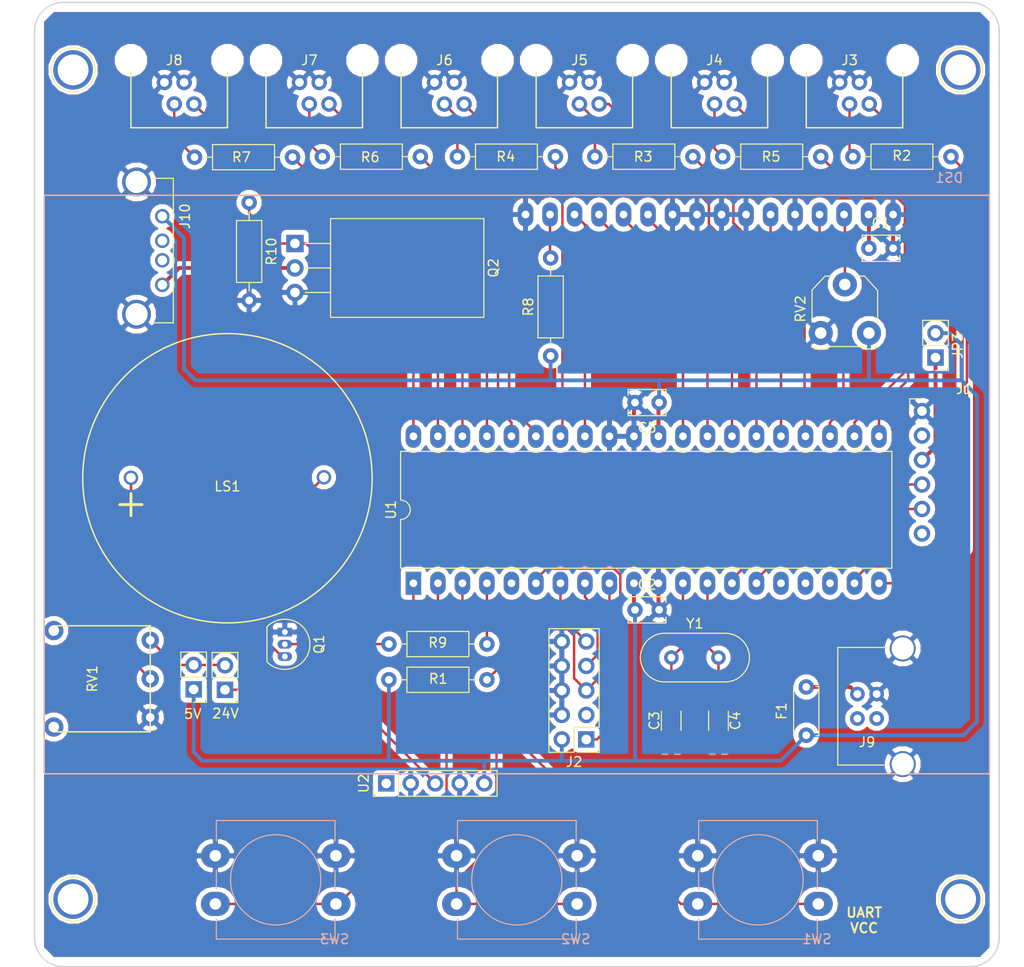
<source format=kicad_pcb>
(kicad_pcb (version 4) (host pcbnew 4.0.7)
  (layers (0 F.Cu signal) (31 B.Cu signal) (34 B.Paste user) (35 F.Paste user) (36 B.SilkS user) (37 F.SilkS user) (38 B.Mask user) (39 F.Mask user) (44 Edge.Cuts user))
  (net 0 "")
  (net 1 VCC)
  (net 2 GND)
  (net 3 "Net-(C3-Pad2)")
  (net 4 "Net-(C4-Pad1)")
  (net 5 "Net-(DS1-Pad3)")
  (net 6 "Net-(DS1-Pad15)")
  (net 7 "Net-(F1-Pad2)")
  (net 8 /MOSI)
  (net 9 /RESET)
  (net 10 /SCK)
  (net 11 /MISO)
  (net 12 /LED1)
  (net 13 /BTN1)
  (net 14 /LED2)
  (net 15 /BTN2)
  (net 16 /LED3)
  (net 17 /BTN3)
  (net 18 /LED4)
  (net 19 /BTN4)
  (net 20 /LED5)
  (net 21 /BTN5)
  (net 22 /LED6)
  (net 23 /BTN6)
  (net 24 "Net-(J10-Pad4)")
  (net 25 "Net-(JP1-Pad2)")
  (net 26 "Net-(JP2-Pad1)")
  (net 27 "Net-(LS1-Pad2)")
  (net 28 "Net-(LS1-Pad1)")
  (net 29 "Net-(Q1-Pad2)")
  (net 30 /LAMP)
  (net 31 /SOUND)
  (net 32 /CBTN1)
  (net 33 /CBTN2)
  (net 34 /CBTN3)
  (net 35 /LCD_RS)
  (net 36 /LCD_EN)
  (net 37 /LCD_D4)
  (net 38 /LCD_D5)
  (net 39 /LCD_D6)
  (net 40 /LCD_D7)
  (net 41 "Net-(J3-Pad2)")
  (net 42 "Net-(J4-Pad2)")
  (net 43 "Net-(J5-Pad2)")
  (net 44 "Net-(J6-Pad2)")
  (net 45 "Net-(J7-Pad2)")
  (net 46 "Net-(J8-Pad2)")
  (net 47 /AVR_TX)
  (net 48 /AVR_RX)
  (net 49 "Net-(J1-Pad3)")
  (module Connectors:1pin (layer F.Cu) (at 146 143)
    (fp_text reference REF** hide)
    (fp_text value 1pin)
    (pad "" np_thru_hole circle (at 0 0) (size 4.1 4.1) (drill 3.2) (layers *.Cu *.Mask))
  )
  (module Connectors:1pin (layer F.Cu) (at 54 143)
    (fp_text reference REF** hide)
    (fp_text value 1pin)
    (pad "" np_thru_hole circle (at 0 0) (size 4.1 4.1) (drill 3.2) (layers *.Cu *.Mask))
  )
  (module Connectors:1pin (layer F.Cu) (at 54 57)
    (fp_text reference REF** hide)
    (fp_text value 1pin)
    (pad "" np_thru_hole circle (at 0 0) (size 4.1 4.1) (drill 3.2) (layers *.Cu *.Mask))
  )
  (module Connectors:1pin (layer F.Cu) (at 146 57)
    (fp_text reference REF** hide)
    (fp_text value 1pin)
    (pad "" np_thru_hole circle (at 0 0) (size 4.1 4.1) (drill 3.2) (layers *.Cu *.Mask))
  )
  (module Capacitors_THT:C_Disc_D3.8mm_W2.6mm_P2.50mm (layer F.Cu) (at 136.5 75.5)
    (fp_text reference C1 (at 1.25 -2.61) (layer F.SilkS))
    (fp_text value 0.1uF)
    (pad 1 thru_hole circle (at 0 0) (size 1.6 1.6) (drill 0.8) (layers *.Cu *.Mask) (net 1 VCC))
    (pad 2 thru_hole circle (at 2.5 0) (size 1.6 1.6) (drill 0.8) (layers *.Cu *.Mask) (net 2 GND))
  )
  (module Capacitors_THT:C_Disc_D3.8mm_W2.6mm_P2.50mm (layer F.Cu) (at 112.25 113)
    (fp_text reference C2 (at 1.25 -2.61) (layer F.SilkS))
    (fp_text value 0.1uF)
    (pad 1 thru_hole circle (at 0 0) (size 1.6 1.6) (drill 0.8) (layers *.Cu *.Mask) (net 1 VCC))
    (pad 2 thru_hole circle (at 2.5 0) (size 1.6 1.6) (drill 0.8) (layers *.Cu *.Mask) (net 2 GND))
  )
  (module Capacitors_SMD:C_1206_HandSoldering (layer F.Cu) (at 116 124.5 90)
    (fp_text reference C3 (at 0 -1.75 90) (layer F.SilkS))
    (fp_text value 22pF)
    (pad 1 smd rect (at -2 0 90) (size 2 1.6) (layers F.Cu F.Paste F.Mask) (net 2 GND))
    (pad 2 smd rect (at 2 0 90) (size 2 1.6) (layers F.Cu F.Paste F.Mask) (net 3 "Net-(C3-Pad2)"))
  )
  (module Capacitors_SMD:C_1206_HandSoldering (layer F.Cu) (at 120.9 124.5 270)
    (fp_text reference C4 (at 0 -1.75 270) (layer F.SilkS))
    (fp_text value 22pF)
    (pad 1 smd rect (at -2 0 270) (size 2 1.6) (layers F.Cu F.Paste F.Mask) (net 4 "Net-(C4-Pad1)"))
    (pad 2 smd rect (at 2 0 270) (size 2 1.6) (layers F.Cu F.Paste F.Mask) (net 2 GND))
  )
  (module Capacitors_THT:C_Disc_D3.8mm_W2.6mm_P2.50mm (layer F.Cu) (at 114.75 91.5 180)
    (fp_text reference C5 (at 1.25 -2.61 180) (layer F.SilkS))
    (fp_text value 0.1uF)
    (pad 1 thru_hole circle (at 0 0 180) (size 1.6 1.6) (drill 0.8) (layers *.Cu *.Mask) (net 1 VCC))
    (pad 2 thru_hole circle (at 2.5 0 180) (size 1.6 1.6) (drill 0.8) (layers *.Cu *.Mask) (net 2 GND))
  )
  (module Capacitors_THT:C_Disc_D5.0mm_W2.5mm_P5.00mm (layer F.Cu) (at 130 126 90)
    (fp_text reference F1 (at 2.5 -2.56 90) (layer F.SilkS))
    (fp_text value 1A)
    (pad 1 thru_hole circle (at 0 0 90) (size 1.6 1.6) (drill 0.8) (layers *.Cu *.Mask) (net 1 VCC))
    (pad 2 thru_hole circle (at 5 0 90) (size 1.6 1.6) (drill 0.8) (layers *.Cu *.Mask) (net 7 "Net-(F1-Pad2)"))
  )
  (module Pin_Headers:Pin_Header_Straight_2x05_Pitch2.54mm (layer F.Cu) (at 107.2 126.44 180)
    (fp_text reference J2 (at 1.27 -2.33 180) (layer F.SilkS))
    (fp_text value ICSP)
    (pad 1 thru_hole rect (at 0 0 180) (size 1.7 1.7) (drill 1) (layers *.Cu *.Mask) (net 8 /MOSI))
    (pad 2 thru_hole oval (at 2.54 0 180) (size 1.7 1.7) (drill 1) (layers *.Cu *.Mask) (net 1 VCC))
    (pad 3 thru_hole oval (at 0 2.54 180) (size 1.7 1.7) (drill 1) (layers *.Cu *.Mask))
    (pad 4 thru_hole oval (at 2.54 2.54 180) (size 1.7 1.7) (drill 1) (layers *.Cu *.Mask) (net 2 GND))
    (pad 5 thru_hole oval (at 0 5.08 180) (size 1.7 1.7) (drill 1) (layers *.Cu *.Mask) (net 9 /RESET))
    (pad 6 thru_hole oval (at 2.54 5.08 180) (size 1.7 1.7) (drill 1) (layers *.Cu *.Mask) (net 2 GND))
    (pad 7 thru_hole oval (at 0 7.62 180) (size 1.7 1.7) (drill 1) (layers *.Cu *.Mask) (net 10 /SCK))
    (pad 8 thru_hole oval (at 2.54 7.62 180) (size 1.7 1.7) (drill 1) (layers *.Cu *.Mask) (net 2 GND))
    (pad 9 thru_hole oval (at 0 10.16 180) (size 1.7 1.7) (drill 1) (layers *.Cu *.Mask) (net 11 /MISO))
    (pad 10 thru_hole oval (at 2.54 10.16 180) (size 1.7 1.7) (drill 1) (layers *.Cu *.Mask) (net 2 GND))
  )
  (module kamaji:RJ10 (layer F.Cu) (at 135 50 180)
    (fp_text reference J3 (at 0.5 -6 180) (layer F.SilkS))
    (fp_text value RJ10)
    (pad 1 thru_hole circle (at 1.53 -8.3 180) (size 1.6 1.6) (drill 0.9) (layers *.Cu *.Mask) (net 2 GND))
    (pad 2 thru_hole circle (at 0.51 -10.54 180) (size 1.6 1.6) (drill 0.9) (layers *.Cu *.Mask) (net 41 "Net-(J3-Pad2)"))
    (pad 3 thru_hole circle (at -0.51 -8.3 180) (size 1.6 1.6) (drill 0.9) (layers *.Cu *.Mask) (net 2 GND))
    (pad 4 thru_hole circle (at -1.53 -10.54 180) (size 1.6 1.6) (drill 0.9) (layers *.Cu *.Mask) (net 13 /BTN1))
    (pad "" np_thru_hole circle (at 5 -6 180) (size 2.36 2.36) (drill 2.36) (layers *.Cu *.Mask))
    (pad "" np_thru_hole circle (at -5 -6 180) (size 2.36 2.36) (drill 2.36) (layers *.Cu *.Mask))
  )
  (module kamaji:RJ10 (layer F.Cu) (at 121 50 180)
    (fp_text reference J4 (at 0.5 -6 180) (layer F.SilkS))
    (fp_text value RJ10)
    (pad 1 thru_hole circle (at 1.53 -8.3 180) (size 1.6 1.6) (drill 0.9) (layers *.Cu *.Mask) (net 2 GND))
    (pad 2 thru_hole circle (at 0.51 -10.54 180) (size 1.6 1.6) (drill 0.9) (layers *.Cu *.Mask) (net 42 "Net-(J4-Pad2)"))
    (pad 3 thru_hole circle (at -0.51 -8.3 180) (size 1.6 1.6) (drill 0.9) (layers *.Cu *.Mask) (net 2 GND))
    (pad 4 thru_hole circle (at -1.53 -10.54 180) (size 1.6 1.6) (drill 0.9) (layers *.Cu *.Mask) (net 15 /BTN2))
    (pad "" np_thru_hole circle (at 5 -6 180) (size 2.36 2.36) (drill 2.36) (layers *.Cu *.Mask))
    (pad "" np_thru_hole circle (at -5 -6 180) (size 2.36 2.36) (drill 2.36) (layers *.Cu *.Mask))
  )
  (module kamaji:RJ10 (layer F.Cu) (at 107 50 180)
    (fp_text reference J5 (at 0.5 -6 180) (layer F.SilkS))
    (fp_text value RJ10)
    (pad 1 thru_hole circle (at 1.53 -8.3 180) (size 1.6 1.6) (drill 0.9) (layers *.Cu *.Mask) (net 2 GND))
    (pad 2 thru_hole circle (at 0.51 -10.54 180) (size 1.6 1.6) (drill 0.9) (layers *.Cu *.Mask) (net 43 "Net-(J5-Pad2)"))
    (pad 3 thru_hole circle (at -0.51 -8.3 180) (size 1.6 1.6) (drill 0.9) (layers *.Cu *.Mask) (net 2 GND))
    (pad 4 thru_hole circle (at -1.53 -10.54 180) (size 1.6 1.6) (drill 0.9) (layers *.Cu *.Mask) (net 17 /BTN3))
    (pad "" np_thru_hole circle (at 5 -6 180) (size 2.36 2.36) (drill 2.36) (layers *.Cu *.Mask))
    (pad "" np_thru_hole circle (at -5 -6 180) (size 2.36 2.36) (drill 2.36) (layers *.Cu *.Mask))
  )
  (module kamaji:RJ10 (layer F.Cu) (at 93 50 180)
    (fp_text reference J6 (at 0.5 -6 180) (layer F.SilkS))
    (fp_text value RJ10)
    (pad 1 thru_hole circle (at 1.53 -8.3 180) (size 1.6 1.6) (drill 0.9) (layers *.Cu *.Mask) (net 2 GND))
    (pad 2 thru_hole circle (at 0.51 -10.54 180) (size 1.6 1.6) (drill 0.9) (layers *.Cu *.Mask) (net 44 "Net-(J6-Pad2)"))
    (pad 3 thru_hole circle (at -0.51 -8.3 180) (size 1.6 1.6) (drill 0.9) (layers *.Cu *.Mask) (net 2 GND))
    (pad 4 thru_hole circle (at -1.53 -10.54 180) (size 1.6 1.6) (drill 0.9) (layers *.Cu *.Mask) (net 19 /BTN4))
    (pad "" np_thru_hole circle (at 5 -6 180) (size 2.36 2.36) (drill 2.36) (layers *.Cu *.Mask))
    (pad "" np_thru_hole circle (at -5 -6 180) (size 2.36 2.36) (drill 2.36) (layers *.Cu *.Mask))
  )
  (module kamaji:RJ10 (layer F.Cu) (at 79 50 180)
    (fp_text reference J7 (at 0.5 -6 180) (layer F.SilkS))
    (fp_text value RJ10)
    (pad 1 thru_hole circle (at 1.53 -8.3 180) (size 1.6 1.6) (drill 0.9) (layers *.Cu *.Mask) (net 2 GND))
    (pad 2 thru_hole circle (at 0.51 -10.54 180) (size 1.6 1.6) (drill 0.9) (layers *.Cu *.Mask) (net 45 "Net-(J7-Pad2)"))
    (pad 3 thru_hole circle (at -0.51 -8.3 180) (size 1.6 1.6) (drill 0.9) (layers *.Cu *.Mask) (net 2 GND))
    (pad 4 thru_hole circle (at -1.53 -10.54 180) (size 1.6 1.6) (drill 0.9) (layers *.Cu *.Mask) (net 21 /BTN5))
    (pad "" np_thru_hole circle (at 5 -6 180) (size 2.36 2.36) (drill 2.36) (layers *.Cu *.Mask))
    (pad "" np_thru_hole circle (at -5 -6 180) (size 2.36 2.36) (drill 2.36) (layers *.Cu *.Mask))
  )
  (module kamaji:RJ10 (layer F.Cu) (at 65 50 180)
    (fp_text reference J8 (at 0.5 -6 180) (layer F.SilkS))
    (fp_text value RJ10)
    (pad 1 thru_hole circle (at 1.53 -8.3 180) (size 1.6 1.6) (drill 0.9) (layers *.Cu *.Mask) (net 2 GND))
    (pad 2 thru_hole circle (at 0.51 -10.54 180) (size 1.6 1.6) (drill 0.9) (layers *.Cu *.Mask) (net 46 "Net-(J8-Pad2)"))
    (pad 3 thru_hole circle (at -0.51 -8.3 180) (size 1.6 1.6) (drill 0.9) (layers *.Cu *.Mask) (net 2 GND))
    (pad 4 thru_hole circle (at -1.53 -10.54 180) (size 1.6 1.6) (drill 0.9) (layers *.Cu *.Mask) (net 23 /BTN6))
    (pad "" np_thru_hole circle (at 5 -6 180) (size 2.36 2.36) (drill 2.36) (layers *.Cu *.Mask))
    (pad "" np_thru_hole circle (at -5 -6 180) (size 2.36 2.36) (drill 2.36) (layers *.Cu *.Mask))
  )
  (module kamaji:USB_B (layer F.Cu) (at 135.3 121.73)
    (fp_text reference J9 (at 1 5 180) (layer F.SilkS))
    (fp_text value USB_B)
    (pad 2 thru_hole circle (at 0 2.54 270) (size 1.52 1.52) (drill 0.81) (layers *.Cu *.Mask))
    (pad 1 thru_hole circle (at 0 0 270) (size 1.52 1.52) (drill 0.81) (layers *.Cu *.Mask) (net 7 "Net-(F1-Pad2)"))
    (pad 4 thru_hole circle (at 2 0 270) (size 1.52 1.52) (drill 0.81) (layers *.Cu *.Mask) (net 2 GND))
    (pad 3 thru_hole circle (at 2 2.54 270) (size 1.52 1.52) (drill 0.81) (layers *.Cu *.Mask))
    (pad 5 thru_hole circle (at 4.7 7.27 270) (size 2.7 2.7) (drill 2.3) (layers *.Cu *.Mask) (net 2 GND))
    (pad 5 thru_hole circle (at 4.7 -4.73 270) (size 2.7 2.7) (drill 2.3) (layers *.Cu *.Mask) (net 2 GND))
  )
  (module kamaji:USB_A (layer F.Cu) (at 63.25 72.18 270)
    (fp_text reference J10 (at 0 -2.35 270) (layer F.SilkS))
    (fp_text value USB_A)
    (pad 4 thru_hole circle (at 7.11 0 180) (size 1.5 1.5) (drill 1) (layers *.Cu *.Mask) (net 24 "Net-(J10-Pad4)"))
    (pad 3 thru_hole circle (at 4.57 0 180) (size 1.5 1.5) (drill 1) (layers *.Cu *.Mask))
    (pad 2 thru_hole circle (at 2.54 0 180) (size 1.5 1.5) (drill 1) (layers *.Cu *.Mask))
    (pad 1 thru_hole circle (at 0 0 180) (size 1.5 1.5) (drill 1) (layers *.Cu *.Mask) (net 1 VCC))
    (pad 5 thru_hole circle (at 10.16 2.67 180) (size 3 3) (drill 2.3) (layers *.Cu *.Mask) (net 2 GND))
    (pad 5 thru_hole circle (at -3.56 2.67 180) (size 3 3) (drill 2.3) (layers *.Cu *.Mask) (net 2 GND))
  )
  (module Pin_Headers:Pin_Header_Straight_1x02_Pitch2.54mm (layer F.Cu) (at 66.5 121.25 180)
    (fp_text reference JP1 hide)
    (fp_text value 5V)
    (pad 1 thru_hole rect (at 0 0 180) (size 1.7 1.7) (drill 1) (layers *.Cu *.Mask) (net 1 VCC))
    (pad 2 thru_hole oval (at 0 2.54 180) (size 1.7 1.7) (drill 1) (layers *.Cu *.Mask) (net 25 "Net-(JP1-Pad2)"))
  )
  (module Pin_Headers:Pin_Header_Straight_1x02_Pitch2.54mm (layer F.Cu) (at 69.75 121.29 180)
    (fp_text reference JP2 hide)
    (fp_text value 24V)
    (pad 1 thru_hole rect (at 0 0 180) (size 1.7 1.7) (drill 1) (layers *.Cu *.Mask) (net 26 "Net-(JP2-Pad1)"))
    (pad 2 thru_hole oval (at 0 2.54 180) (size 1.7 1.7) (drill 1) (layers *.Cu *.Mask) (net 25 "Net-(JP1-Pad2)"))
  )
  (module kamaji:Buzzer_ARIO_98dB (layer F.Cu) (at 70 99.35)
    (fp_text reference LS1 (at 0 0.85) (layer F.SilkS))
    (fp_text value 98dB)
    (fp_text user + (at -10 2.5) (layer F.SilkS) (effects (font (size 3 3) (thickness 0.3))))
    (pad 2 thru_hole circle (at 10 -0.1) (size 1.5 1.5) (drill 1) (layers *.Cu *.Mask) (net 27 "Net-(LS1-Pad2)"))
    (pad 1 thru_hole circle (at -10 -0.05) (size 1.5 1.5) (drill 1) (layers *.Cu *.Mask) (net 28 "Net-(LS1-Pad1)"))
  )
  (module TO_SOT_Packages_THT:TO-92_Inline_Narrow_Oval (layer F.Cu) (at 75.95 115.3 270)
    (fp_text reference Q1 (at 1.27 -3.56 270) (layer F.SilkS))
    (fp_text value 2N3904)
    (pad 2 thru_hole oval (at 1.27 0 90) (size 0.9 1.5) (drill 0.6) (layers *.Cu *.Mask) (net 29 "Net-(Q1-Pad2)"))
    (pad 3 thru_hole oval (at 2.54 0 90) (size 0.9 1.5) (drill 0.6) (layers *.Cu *.Mask) (net 27 "Net-(LS1-Pad2)"))
    (pad 1 thru_hole rect (at 0 0 90) (size 0.9 1.5) (drill 0.6) (layers *.Cu *.Mask) (net 2 GND))
  )
  (module Resistors_THT:R_Axial_DIN0207_L6.3mm_D2.5mm_P10.16mm_Horizontal (layer F.Cu) (at 86.74 120.25)
    (fp_text reference R1 (at 5.11 -0.1) (layer F.SilkS))
    (fp_text value 10K)
    (pad 1 thru_hole circle (at 0 0) (size 1.6 1.6) (drill 0.8) (layers *.Cu *.Mask) (net 1 VCC))
    (pad 2 thru_hole oval (at 10.16 0) (size 1.6 1.6) (drill 0.8) (layers *.Cu *.Mask) (net 9 /RESET))
  )
  (module Resistors_THT:R_Axial_DIN0207_L6.3mm_D2.5mm_P10.16mm_Horizontal (layer F.Cu) (at 134.84 66)
    (fp_text reference R2 (at 5.06 -0.1) (layer F.SilkS))
    (fp_text value 220R)
    (pad 1 thru_hole circle (at 0 0) (size 1.6 1.6) (drill 0.8) (layers *.Cu *.Mask) (net 41 "Net-(J3-Pad2)"))
    (pad 2 thru_hole oval (at 10.16 0) (size 1.6 1.6) (drill 0.8) (layers *.Cu *.Mask) (net 12 /LED1))
  )
  (module Resistors_THT:R_Axial_DIN0207_L6.3mm_D2.5mm_P10.16mm_Horizontal (layer F.Cu) (at 108.09 66)
    (fp_text reference R3 (at 5.01 0) (layer F.SilkS))
    (fp_text value 220R)
    (pad 1 thru_hole circle (at 0 0) (size 1.6 1.6) (drill 0.8) (layers *.Cu *.Mask) (net 43 "Net-(J5-Pad2)"))
    (pad 2 thru_hole oval (at 10.16 0) (size 1.6 1.6) (drill 0.8) (layers *.Cu *.Mask) (net 16 /LED3))
  )
  (module Resistors_THT:R_Axial_DIN0207_L6.3mm_D2.5mm_P10.16mm_Horizontal (layer F.Cu) (at 93.84 66)
    (fp_text reference R4 (at 5.01 0) (layer F.SilkS))
    (fp_text value 220R)
    (pad 1 thru_hole circle (at 0 0) (size 1.6 1.6) (drill 0.8) (layers *.Cu *.Mask) (net 44 "Net-(J6-Pad2)"))
    (pad 2 thru_hole oval (at 10.16 0) (size 1.6 1.6) (drill 0.8) (layers *.Cu *.Mask) (net 18 /LED4))
  )
  (module Resistors_THT:R_Axial_DIN0207_L6.3mm_D2.5mm_P10.16mm_Horizontal (layer F.Cu) (at 121.34 66)
    (fp_text reference R5 (at 5.01 0) (layer F.SilkS))
    (fp_text value 220R)
    (pad 1 thru_hole circle (at 0 0) (size 1.6 1.6) (drill 0.8) (layers *.Cu *.Mask) (net 42 "Net-(J4-Pad2)"))
    (pad 2 thru_hole oval (at 10.16 0) (size 1.6 1.6) (drill 0.8) (layers *.Cu *.Mask) (net 14 /LED2))
  )
  (module Resistors_THT:R_Axial_DIN0207_L6.3mm_D2.5mm_P10.16mm_Horizontal (layer F.Cu) (at 79.84 66)
    (fp_text reference R6 (at 4.96 0.05) (layer F.SilkS))
    (fp_text value 220R)
    (pad 1 thru_hole circle (at 0 0) (size 1.6 1.6) (drill 0.8) (layers *.Cu *.Mask) (net 45 "Net-(J7-Pad2)"))
    (pad 2 thru_hole oval (at 10.16 0) (size 1.6 1.6) (drill 0.8) (layers *.Cu *.Mask) (net 20 /LED5))
  )
  (module Resistors_THT:R_Axial_DIN0207_L6.3mm_D2.5mm_P10.16mm_Horizontal (layer F.Cu) (at 66.59 66.05)
    (fp_text reference R7 (at 4.86 0) (layer F.SilkS))
    (fp_text value 220R)
    (pad 1 thru_hole circle (at 0 0) (size 1.6 1.6) (drill 0.8) (layers *.Cu *.Mask) (net 46 "Net-(J8-Pad2)"))
    (pad 2 thru_hole oval (at 10.16 0) (size 1.6 1.6) (drill 0.8) (layers *.Cu *.Mask) (net 22 /LED6))
  )
  (module Resistors_THT:R_Axial_DIN0207_L6.3mm_D2.5mm_P10.16mm_Horizontal (layer F.Cu) (at 103.5 86.66 90)
    (fp_text reference R8 (at 5.08 -2.31 90) (layer F.SilkS))
    (fp_text value 220R)
    (pad 1 thru_hole circle (at 0 0 90) (size 1.6 1.6) (drill 0.8) (layers *.Cu *.Mask) (net 1 VCC))
    (pad 2 thru_hole oval (at 10.16 0 90) (size 1.6 1.6) (drill 0.8) (layers *.Cu *.Mask) (net 6 "Net-(DS1-Pad15)"))
  )
  (module Resistors_THT:R_Axial_DIN0207_L6.3mm_D2.5mm_P10.16mm_Horizontal (layer F.Cu) (at 86.74 116.55)
    (fp_text reference R9 (at 5.06 -0.15) (layer F.SilkS))
    (fp_text value 1K)
    (pad 1 thru_hole circle (at 0 0) (size 1.6 1.6) (drill 0.8) (layers *.Cu *.Mask) (net 29 "Net-(Q1-Pad2)"))
    (pad 2 thru_hole oval (at 10.16 0) (size 1.6 1.6) (drill 0.8) (layers *.Cu *.Mask) (net 31 /SOUND))
  )
  (module Resistors_THT:R_Axial_DIN0207_L6.3mm_D2.5mm_P10.16mm_Horizontal (layer F.Cu) (at 72.25 70.75 270)
    (fp_text reference R10 (at 5.08 -2.31 270) (layer F.SilkS))
    (fp_text value R)
    (pad 1 thru_hole circle (at 0 0 270) (size 1.6 1.6) (drill 0.8) (layers *.Cu *.Mask) (net 30 /LAMP))
    (pad 2 thru_hole oval (at 10.16 0 270) (size 1.6 1.6) (drill 0.8) (layers *.Cu *.Mask) (net 2 GND))
  )
  (module kamaji:Potentiometer_Wheel_16mm (layer F.Cu) (at 56 120.15 90)
    (fp_text reference RV1 (at 0 0 90) (layer F.SilkS))
    (fp_text value POT)
    (pad 1 thru_hole circle (at -4 6 90) (size 1.8 1.8) (drill 0.9) (layers *.Cu *.Mask) (net 2 GND))
    (pad 2 thru_hole circle (at 0 6 90) (size 1.8 1.8) (drill 0.9) (layers *.Cu *.Mask) (net 28 "Net-(LS1-Pad1)"))
    (pad 3 thru_hole circle (at 4 6 90) (size 1.8 1.8) (drill 0.9) (layers *.Cu *.Mask) (net 25 "Net-(JP1-Pad2)"))
    (pad "" np_thru_hole circle (at -5 -4 90) (size 2 2) (drill 1.1) (layers *.Cu *.Mask))
    (pad "" np_thru_hole circle (at 5 -4 90) (size 2 2) (drill 1.1) (layers *.Cu *.Mask))
  )
  (module Potentiometers:Potentiometer_Triwood_RM-065 (layer F.Cu) (at 131.5 84.29)
    (fp_text reference RV2 (at -2.1 -2.5 90) (layer F.SilkS))
    (fp_text value POT)
    (pad 2 thru_hole circle (at 2.5 -5.04) (size 2.5 2.5) (drill 1.2) (layers *.Cu *.Mask) (net 5 "Net-(DS1-Pad3)"))
    (pad 3 thru_hole circle (at 5 0) (size 2.5 2.5) (drill 1.2) (layers *.Cu *.Mask) (net 1 VCC))
    (pad 1 thru_hole circle (at 0 0) (size 2.5 2.5) (drill 1.2) (layers *.Cu *.Mask) (net 2 GND))
  )
  (module Housings_DIP:DIP-40_W15.24mm_LongPads (layer F.Cu) (at 89.28 110.24 90)
    (fp_text reference U1 (at 7.62 -2.33 90) (layer F.SilkS))
    (fp_text value ATMEGA644P-20PU)
    (pad 1 thru_hole rect (at 0 0 90) (size 2.4 1.6) (drill 0.8) (layers *.Cu *.Mask) (net 34 /CBTN3))
    (pad 21 thru_hole oval (at 15.24 48.26 90) (size 2.4 1.6) (drill 0.8) (layers *.Cu *.Mask) (net 14 /LED2))
    (pad 2 thru_hole oval (at 0 2.54 90) (size 2.4 1.6) (drill 0.8) (layers *.Cu *.Mask) (net 33 /CBTN2))
    (pad 22 thru_hole oval (at 15.24 45.72 90) (size 2.4 1.6) (drill 0.8) (layers *.Cu *.Mask) (net 15 /BTN2))
    (pad 3 thru_hole oval (at 0 5.08 90) (size 2.4 1.6) (drill 0.8) (layers *.Cu *.Mask) (net 32 /CBTN1))
    (pad 23 thru_hole oval (at 15.24 43.18 90) (size 2.4 1.6) (drill 0.8) (layers *.Cu *.Mask) (net 35 /LCD_RS))
    (pad 4 thru_hole oval (at 0 7.62 90) (size 2.4 1.6) (drill 0.8) (layers *.Cu *.Mask) (net 31 /SOUND))
    (pad 24 thru_hole oval (at 15.24 40.64 90) (size 2.4 1.6) (drill 0.8) (layers *.Cu *.Mask) (net 36 /LCD_EN))
    (pad 5 thru_hole oval (at 0 10.16 90) (size 2.4 1.6) (drill 0.8) (layers *.Cu *.Mask))
    (pad 25 thru_hole oval (at 15.24 38.1 90) (size 2.4 1.6) (drill 0.8) (layers *.Cu *.Mask) (net 16 /LED3))
    (pad 6 thru_hole oval (at 0 12.7 90) (size 2.4 1.6) (drill 0.8) (layers *.Cu *.Mask) (net 8 /MOSI))
    (pad 26 thru_hole oval (at 15.24 35.56 90) (size 2.4 1.6) (drill 0.8) (layers *.Cu *.Mask) (net 17 /BTN3))
    (pad 7 thru_hole oval (at 0 15.24 90) (size 2.4 1.6) (drill 0.8) (layers *.Cu *.Mask) (net 11 /MISO))
    (pad 27 thru_hole oval (at 15.24 33.02 90) (size 2.4 1.6) (drill 0.8) (layers *.Cu *.Mask) (net 37 /LCD_D4))
    (pad 8 thru_hole oval (at 0 17.78 90) (size 2.4 1.6) (drill 0.8) (layers *.Cu *.Mask) (net 10 /SCK))
    (pad 28 thru_hole oval (at 15.24 30.48 90) (size 2.4 1.6) (drill 0.8) (layers *.Cu *.Mask) (net 38 /LCD_D5))
    (pad 9 thru_hole oval (at 0 20.32 90) (size 2.4 1.6) (drill 0.8) (layers *.Cu *.Mask) (net 9 /RESET))
    (pad 29 thru_hole oval (at 15.24 27.94 90) (size 2.4 1.6) (drill 0.8) (layers *.Cu *.Mask) (net 39 /LCD_D6))
    (pad 10 thru_hole oval (at 0 22.86 90) (size 2.4 1.6) (drill 0.8) (layers *.Cu *.Mask) (net 1 VCC))
    (pad 30 thru_hole oval (at 15.24 25.4 90) (size 2.4 1.6) (drill 0.8) (layers *.Cu *.Mask) (net 1 VCC))
    (pad 11 thru_hole oval (at 0 25.4 90) (size 2.4 1.6) (drill 0.8) (layers *.Cu *.Mask) (net 2 GND))
    (pad 31 thru_hole oval (at 15.24 22.86 90) (size 2.4 1.6) (drill 0.8) (layers *.Cu *.Mask) (net 2 GND))
    (pad 12 thru_hole oval (at 0 27.94 90) (size 2.4 1.6) (drill 0.8) (layers *.Cu *.Mask) (net 3 "Net-(C3-Pad2)"))
    (pad 32 thru_hole oval (at 15.24 20.32 90) (size 2.4 1.6) (drill 0.8) (layers *.Cu *.Mask) (net 2 GND))
    (pad 13 thru_hole oval (at 0 30.48 90) (size 2.4 1.6) (drill 0.8) (layers *.Cu *.Mask) (net 4 "Net-(C4-Pad1)"))
    (pad 33 thru_hole oval (at 15.24 17.78 90) (size 2.4 1.6) (drill 0.8) (layers *.Cu *.Mask) (net 40 /LCD_D7))
    (pad 14 thru_hole oval (at 0 33.02 90) (size 2.4 1.6) (drill 0.8) (layers *.Cu *.Mask) (net 48 /AVR_RX))
    (pad 34 thru_hole oval (at 15.24 15.24 90) (size 2.4 1.6) (drill 0.8) (layers *.Cu *.Mask) (net 18 /LED4))
    (pad 15 thru_hole oval (at 0 35.56 90) (size 2.4 1.6) (drill 0.8) (layers *.Cu *.Mask) (net 47 /AVR_TX))
    (pad 35 thru_hole oval (at 15.24 12.7 90) (size 2.4 1.6) (drill 0.8) (layers *.Cu *.Mask) (net 19 /BTN4))
    (pad 16 thru_hole oval (at 0 38.1 90) (size 2.4 1.6) (drill 0.8) (layers *.Cu *.Mask))
    (pad 36 thru_hole oval (at 15.24 10.16 90) (size 2.4 1.6) (drill 0.8) (layers *.Cu *.Mask) (net 20 /LED5))
    (pad 17 thru_hole oval (at 0 40.64 90) (size 2.4 1.6) (drill 0.8) (layers *.Cu *.Mask))
    (pad 37 thru_hole oval (at 15.24 7.62 90) (size 2.4 1.6) (drill 0.8) (layers *.Cu *.Mask) (net 21 /BTN5))
    (pad 18 thru_hole oval (at 0 43.18 90) (size 2.4 1.6) (drill 0.8) (layers *.Cu *.Mask))
    (pad 38 thru_hole oval (at 15.24 5.08 90) (size 2.4 1.6) (drill 0.8) (layers *.Cu *.Mask) (net 22 /LED6))
    (pad 19 thru_hole oval (at 0 45.72 90) (size 2.4 1.6) (drill 0.8) (layers *.Cu *.Mask) (net 13 /BTN1))
    (pad 39 thru_hole oval (at 15.24 2.54 90) (size 2.4 1.6) (drill 0.8) (layers *.Cu *.Mask) (net 23 /BTN6))
    (pad 20 thru_hole oval (at 0 48.26 90) (size 2.4 1.6) (drill 0.8) (layers *.Cu *.Mask) (net 12 /LED1))
    (pad 40 thru_hole oval (at 15.24 0 90) (size 2.4 1.6) (drill 0.8) (layers *.Cu *.Mask) (net 30 /LAMP))
  )
  (module Pin_Headers:Pin_Header_Straight_1x05_Pitch2.54mm (layer F.Cu) (at 86.46 131 90)
    (fp_text reference U2 (at 0 -2.33 90) (layer F.SilkS))
    (fp_text value BOOST_24V)
    (pad 1 thru_hole rect (at 0 0 90) (size 1.7 1.7) (drill 1) (layers *.Cu *.Mask))
    (pad 2 thru_hole oval (at 0 2.54 90) (size 1.7 1.7) (drill 1) (layers *.Cu *.Mask) (net 2 GND))
    (pad 3 thru_hole oval (at 0 5.08 90) (size 1.7 1.7) (drill 1) (layers *.Cu *.Mask) (net 26 "Net-(JP2-Pad1)"))
    (pad 4 thru_hole oval (at 0 7.62 90) (size 1.7 1.7) (drill 1) (layers *.Cu *.Mask) (net 2 GND))
    (pad 5 thru_hole oval (at 0 10.16 90) (size 1.7 1.7) (drill 1) (layers *.Cu *.Mask) (net 1 VCC))
  )
  (module Crystals:Crystal_HC49-U_Vertical (layer F.Cu) (at 116.02 117.95)
    (fp_text reference Y1 (at 2.44 -3.525) (layer F.SilkS))
    (fp_text value 20MHz)
    (pad 1 thru_hole circle (at 0 0) (size 1.5 1.5) (drill 0.8) (layers *.Cu *.Mask) (net 3 "Net-(C3-Pad2)"))
    (pad 2 thru_hole circle (at 4.88 0) (size 1.5 1.5) (drill 0.8) (layers *.Cu *.Mask) (net 4 "Net-(C4-Pad1)"))
  )
  (module kamaji:Pushbutton_12mm (layer B.Cu) (at 125 141)
    (fp_text reference SW1 (at 6.1 6.16) (layer B.SilkS) (effects (justify mirror)))
    (fp_text value SW_Push)
    (pad 1 thru_hole oval (at 6.25 2.5) (size 3 2.5) (drill 1.2) (layers *.Cu *.Mask) (net 32 /CBTN1))
    (pad 2 thru_hole oval (at 6.25 -2.5) (size 3 2.5) (drill 1.2) (layers *.Cu *.Mask) (net 2 GND))
    (pad 1 thru_hole oval (at -6.25 2.5) (size 3 2.5) (drill 1.2) (layers *.Cu *.Mask) (net 32 /CBTN1))
    (pad 2 thru_hole oval (at -6.25 -2.5) (size 3 2.5) (drill 1.2) (layers *.Cu *.Mask) (net 2 GND))
  )
  (module kamaji:Pushbutton_12mm (layer B.Cu) (at 100 141)
    (fp_text reference SW2 (at 6.1 6.16) (layer B.SilkS) (effects (justify mirror)))
    (fp_text value SW_Push)
    (pad 1 thru_hole oval (at 6.25 2.5) (size 3 2.5) (drill 1.2) (layers *.Cu *.Mask) (net 33 /CBTN2))
    (pad 2 thru_hole oval (at 6.25 -2.5) (size 3 2.5) (drill 1.2) (layers *.Cu *.Mask) (net 2 GND))
    (pad 1 thru_hole oval (at -6.25 2.5) (size 3 2.5) (drill 1.2) (layers *.Cu *.Mask) (net 33 /CBTN2))
    (pad 2 thru_hole oval (at -6.25 -2.5) (size 3 2.5) (drill 1.2) (layers *.Cu *.Mask) (net 2 GND))
  )
  (module kamaji:Pushbutton_12mm (layer B.Cu) (at 75 141)
    (fp_text reference SW3 (at 6.1 6.16) (layer B.SilkS) (effects (justify mirror)))
    (fp_text value SW_Push)
    (pad 1 thru_hole oval (at 6.25 2.5) (size 3 2.5) (drill 1.2) (layers *.Cu *.Mask) (net 34 /CBTN3))
    (pad 2 thru_hole oval (at 6.25 -2.5) (size 3 2.5) (drill 1.2) (layers *.Cu *.Mask) (net 2 GND))
    (pad 1 thru_hole oval (at -6.25 2.5) (size 3 2.5) (drill 1.2) (layers *.Cu *.Mask) (net 34 /CBTN3))
    (pad 2 thru_hole oval (at -6.25 -2.5) (size 3 2.5) (drill 1.2) (layers *.Cu *.Mask) (net 2 GND))
  )
  (module kamaji:LCD2004 (layer B.Cu) (at 139 72 180)
    (fp_text reference DS1 (at -5.82 3.81 180) (layer B.SilkS) (effects (justify mirror)))
    (fp_text value WC1602A)
    (pad 1 thru_hole oval (at 0 0 180) (size 1.6 2.5) (drill 0.8) (layers *.Cu *.Mask) (net 2 GND))
    (pad 2 thru_hole oval (at 2.54 0 180) (size 1.6 2.5) (drill 0.8) (layers *.Cu *.Mask) (net 1 VCC))
    (pad 3 thru_hole oval (at 5.08 0 180) (size 1.6 2.5) (drill 0.8) (layers *.Cu *.Mask) (net 5 "Net-(DS1-Pad3)"))
    (pad 4 thru_hole oval (at 7.62 0 180) (size 1.6 2.5) (drill 0.8) (layers *.Cu *.Mask) (net 35 /LCD_RS))
    (pad 5 thru_hole oval (at 10.16 0 180) (size 1.6 2.5) (drill 0.8) (layers *.Cu *.Mask) (net 2 GND))
    (pad 6 thru_hole oval (at 12.7 0 180) (size 1.6 2.5) (drill 0.8) (layers *.Cu *.Mask) (net 36 /LCD_EN))
    (pad 7 thru_hole oval (at 15.24 0 180) (size 1.6 2.5) (drill 0.8) (layers *.Cu *.Mask) (net 2 GND))
    (pad 8 thru_hole oval (at 17.78 0 180) (size 1.6 2.5) (drill 0.8) (layers *.Cu *.Mask) (net 2 GND))
    (pad 9 thru_hole oval (at 20.32 0 180) (size 1.6 2.5) (drill 0.8) (layers *.Cu *.Mask) (net 2 GND))
    (pad 10 thru_hole oval (at 22.86 0 180) (size 1.6 2.5) (drill 0.8) (layers *.Cu *.Mask) (net 2 GND))
    (pad 11 thru_hole oval (at 25.4 0 180) (size 1.6 2.5) (drill 0.8) (layers *.Cu *.Mask) (net 37 /LCD_D4))
    (pad 12 thru_hole oval (at 27.94 0 180) (size 1.6 2.5) (drill 0.8) (layers *.Cu *.Mask) (net 38 /LCD_D5))
    (pad 13 thru_hole oval (at 30.48 0 180) (size 1.6 2.5) (drill 0.8) (layers *.Cu *.Mask) (net 39 /LCD_D6))
    (pad 14 thru_hole oval (at 33.02 0 180) (size 1.6 2.5) (drill 0.8) (layers *.Cu *.Mask) (net 40 /LCD_D7))
    (pad 15 thru_hole oval (at 35.56 0 180) (size 1.6 2.5) (drill 0.8) (layers *.Cu *.Mask) (net 6 "Net-(DS1-Pad15)"))
    (pad 16 thru_hole oval (at 38.1 0 180) (size 1.6 2.5) (drill 0.8) (layers *.Cu *.Mask) (net 2 GND))
  )
  (module kamaji:TO-220-3_Horizontal (layer F.Cu) (at 77 75 270)
    (fp_text reference Q2 (at 2.54 -20.58 270) (layer F.SilkS))
    (fp_text value IRL540N)
    (pad 1 thru_hole rect (at 0 0 270) (size 1.8 1.8) (drill 1) (layers *.Cu *.Mask) (net 30 /LAMP))
    (pad 2 thru_hole oval (at 2.54 0 270) (size 1.8 1.8) (drill 1) (layers *.Cu *.Mask) (net 24 "Net-(J10-Pad4)"))
    (pad 3 thru_hole oval (at 5.08 0 270) (size 1.8 1.8) (drill 1) (layers *.Cu *.Mask) (net 2 GND))
  )
  (module Pin_Headers:Pin_Header_Straight_1x02_Pitch2.54mm (layer F.Cu) (at 143.4 86.84 180)
    (fp_text reference JP3 (at -2.3 1.24 270) (layer F.SilkS))
    (fp_text value UART_PWR)
    (pad 1 thru_hole rect (at 0 0 180) (size 1.7 1.7) (drill 1) (layers *.Cu *.Mask) (net 49 "Net-(J1-Pad3)"))
    (pad 2 thru_hole oval (at 0 2.54 180) (size 1.7 1.7) (drill 1) (layers *.Cu *.Mask) (net 1 VCC))
  )
  (module kamaji:Pin_Header_Angled_1x06_Pitch2.54mm (layer F.Cu) (at 142 92.38)
    (fp_text reference J1 (at 4.385 -2.27) (layer F.SilkS))
    (fp_text value UART_6pin)
    (pad 1 thru_hole circle (at 0 0) (size 1.7 1.7) (drill 1) (layers *.Cu *.Mask) (net 2 GND))
    (pad 2 thru_hole oval (at 0 2.54) (size 1.7 1.7) (drill 1) (layers *.Cu *.Mask))
    (pad 3 thru_hole oval (at 0 5.08) (size 1.7 1.7) (drill 1) (layers *.Cu *.Mask) (net 49 "Net-(J1-Pad3)"))
    (pad 4 thru_hole oval (at 0 7.62) (size 1.7 1.7) (drill 1) (layers *.Cu *.Mask) (net 48 /AVR_RX))
    (pad 5 thru_hole oval (at 0 10.16) (size 1.7 1.7) (drill 1) (layers *.Cu *.Mask) (net 47 /AVR_TX))
    (pad 6 thru_hole oval (at 0 12.7) (size 1.7 1.7) (drill 1) (layers *.Cu *.Mask))
  )
  (gr_text 5V (at 66.4 123.8) (layer F.SilkS) (effects (font (size 1 1))))
  (gr_text 24V (at 69.8 123.75) (layer F.SilkS) (effects (font (size 1 1))))
  (gr_text "UART\nVCC" (at 136 145.2) (layer F.SilkS) (effects (font (size 1 1) (thickness 0.2))))
  (gr_arc (start 53 147) (end 53 150) (angle 90) (layer Edge.Cuts) (width 0.15))
  (gr_arc (start 147 147) (end 150 147) (angle 90) (layer Edge.Cuts) (width 0.15))
  (gr_arc (start 147 53) (end 147 50) (angle 90) (layer Edge.Cuts) (width 0.15))
  (gr_arc (start 53 53) (end 50 53) (angle 90) (layer Edge.Cuts) (width 0.15))
  (gr_line (start 50 147) (end 50 53) (layer Edge.Cuts) (width 0.15))
  (gr_line (start 147 150) (end 53 150) (layer Edge.Cuts) (width 0.15))
  (gr_line (start 150 53) (end 150 147) (layer Edge.Cuts) (width 0.15))
  (gr_line (start 53 50) (end 147 50) (layer Edge.Cuts) (width 0.15))
  (segment (start 112.25 128.65) (end 104.65 128.65) (width 0.4) (layer B.Cu) (net 1))
  (segment (start 104.65 128.65) (end 103.65 128.65) (width 0.4) (layer B.Cu) (net 1))
  (segment (start 104.66 126.44) (end 104.66 127.642081) (width 0.4) (layer B.Cu) (net 1))
  (segment (start 104.66 127.642081) (end 104.65 127.652081) (width 0.4) (layer B.Cu) (net 1))
  (segment (start 104.65 127.652081) (end 104.65 128.65) (width 0.4) (layer B.Cu) (net 1))
  (segment (start 143.4 84.3) (end 144.9 84.3) (width 0.4) (layer B.Cu) (net 1))
  (segment (start 144.9 84.3) (end 146.1 85.5) (width 0.4) (layer B.Cu) (net 1))
  (segment (start 146.1 85.5) (end 146.1 89.2) (width 0.4) (layer B.Cu) (net 1))
  (segment (start 135.9 126) (end 146.3 126) (width 0.4) (layer B.Cu) (net 1))
  (segment (start 146.3 126) (end 147.7 124.6) (width 0.4) (layer B.Cu) (net 1))
  (segment (start 147.7 90.8) (end 146.1 89.2) (width 0.4) (layer B.Cu) (net 1))
  (segment (start 146.1 89.2) (end 136.5 89.2) (width 0.4) (layer B.Cu) (net 1))
  (segment (start 147.7 124.6) (end 147.7 90.8) (width 0.4) (layer B.Cu) (net 1))
  (segment (start 130 126) (end 135.9 126) (width 0.4) (layer B.Cu) (net 1))
  (segment (start 86.75 128.65) (end 67.4 128.65) (width 0.4) (layer B.Cu) (net 1))
  (segment (start 67.4 128.65) (end 66.5 127.75) (width 0.4) (layer B.Cu) (net 1))
  (segment (start 66.5 127.75) (end 66.5 121.25) (width 0.4) (layer B.Cu) (net 1))
  (segment (start 103.5 89.2) (end 66.7 89.2) (width 0.4) (layer B.Cu) (net 1))
  (segment (start 66.7 89.2) (end 65.5 88) (width 0.4) (layer B.Cu) (net 1))
  (segment (start 65.5 88) (end 65.5 74.43) (width 0.4) (layer B.Cu) (net 1))
  (segment (start 65.5 74.43) (end 63.999999 72.929999) (width 0.4) (layer B.Cu) (net 1))
  (segment (start 63.999999 72.929999) (end 63.25 72.18) (width 0.4) (layer B.Cu) (net 1))
  (segment (start 114.75 89.2) (end 103.5 89.2) (width 0.4) (layer B.Cu) (net 1))
  (segment (start 103.5 86.66) (end 103.5 87.79137) (width 0.4) (layer B.Cu) (net 1))
  (segment (start 103.5 87.79137) (end 103.5 89.2) (width 0.4) (layer B.Cu) (net 1))
  (segment (start 136.5 89.2) (end 114.75 89.2) (width 0.4) (layer B.Cu) (net 1))
  (segment (start 114.75 91.5) (end 114.75 89.2) (width 0.4) (layer B.Cu) (net 1))
  (segment (start 136.5 84.29) (end 136.5 86.057766) (width 0.4) (layer B.Cu) (net 1))
  (segment (start 136.5 86.057766) (end 136.5 89.2) (width 0.4) (layer B.Cu) (net 1))
  (segment (start 96.6 128.65) (end 86.75 128.65) (width 0.4) (layer B.Cu) (net 1))
  (segment (start 86.74 120.25) (end 86.74 128.64) (width 0.4) (layer B.Cu) (net 1))
  (segment (start 86.74 128.64) (end 86.75 128.65) (width 0.4) (layer B.Cu) (net 1))
  (segment (start 103.65 128.65) (end 96.6 128.65) (width 0.4) (layer B.Cu) (net 1))
  (segment (start 96.6 128.65) (end 96.62 128.67) (width 0.4) (layer B.Cu) (net 1))
  (segment (start 96.62 128.67) (end 96.62 131) (width 0.4) (layer B.Cu) (net 1))
  (segment (start 127.35 128.65) (end 112.25 128.65) (width 0.4) (layer B.Cu) (net 1))
  (segment (start 112.25 113) (end 112.25 128.65) (width 0.4) (layer B.Cu) (net 1))
  (segment (start 130 126) (end 127.35 128.65) (width 0.4) (layer B.Cu) (net 1))
  (segment (start 66.5 121.3) (end 66.5 121.25) (width 0.4) (layer B.Cu) (net 1))
  (segment (start 114.68 95.4) (end 114.68 95) (width 0.4) (layer F.Cu) (net 1))
  (segment (start 112.14 110.24) (end 112.14 112.89) (width 0.4) (layer F.Cu) (net 1))
  (segment (start 112.14 112.89) (end 112.25 113) (width 0.4) (layer F.Cu) (net 1))
  (segment (start 114.68 95) (end 114.68 91.57) (width 0.4) (layer F.Cu) (net 1))
  (segment (start 114.68 91.57) (end 114.75 91.5) (width 0.4) (layer F.Cu) (net 1))
  (segment (start 136.5 75.5) (end 136.5 72.04) (width 0.4) (layer F.Cu) (net 1))
  (segment (start 136.5 72.04) (end 136.46 72) (width 0.4) (layer F.Cu) (net 1))
  (segment (start 114.68 110.24) (end 114.68 112.93) (width 0.4) (layer F.Cu) (net 2))
  (segment (start 114.68 112.93) (end 114.75 113) (width 0.4) (layer F.Cu) (net 2))
  (segment (start 112.14 95) (end 112.14 91.61) (width 0.4) (layer F.Cu) (net 2))
  (segment (start 112.14 91.61) (end 112.25 91.5) (width 0.4) (layer F.Cu) (net 2))
  (segment (start 139 75.5) (end 139 72) (width 0.4) (layer F.Cu) (net 2))
  (segment (start 116.02 117.95) (end 116.02 122.48) (width 0.25) (layer F.Cu) (net 3))
  (segment (start 116.02 122.48) (end 116 122.5) (width 0.25) (layer F.Cu) (net 3))
  (segment (start 117.22 110.24) (end 117.22 116.75) (width 0.25) (layer F.Cu) (net 3))
  (segment (start 117.22 116.75) (end 116.02 117.95) (width 0.25) (layer F.Cu) (net 3))
  (segment (start 115.82 117.95) (end 115.82 117.93) (width 0.25) (layer F.Cu) (net 3))
  (segment (start 120.9 117.95) (end 120.9 119.01066) (width 0.25) (layer F.Cu) (net 4))
  (segment (start 120.9 119.01066) (end 120.9 122.5) (width 0.25) (layer F.Cu) (net 4))
  (segment (start 119.76 110.24) (end 119.76 116.81) (width 0.25) (layer F.Cu) (net 4))
  (segment (start 119.76 116.81) (end 120.9 117.95) (width 0.25) (layer F.Cu) (net 4))
  (segment (start 134 79.25) (end 134 72.08) (width 0.25) (layer F.Cu) (net 5))
  (segment (start 134 72.08) (end 133.92 72) (width 0.25) (layer F.Cu) (net 5))
  (segment (start 103.44 72) (end 103.44 76.44) (width 0.25) (layer F.Cu) (net 6))
  (segment (start 103.44 76.44) (end 103.5 76.5) (width 0.25) (layer F.Cu) (net 6))
  (segment (start 130 121) (end 134.57 121) (width 0.4) (layer F.Cu) (net 7))
  (segment (start 134.57 121) (end 135.3 121.73) (width 0.4) (layer F.Cu) (net 7))
  (segment (start 101.98 110.24) (end 101.98 109.84) (width 0.25) (layer F.Cu) (net 8))
  (segment (start 101.98 109.84) (end 103.10501 108.71499) (width 0.25) (layer F.Cu) (net 8))
  (segment (start 103.10501 108.71499) (end 110.065994 108.71499) (width 0.25) (layer F.Cu) (net 8))
  (segment (start 110.065994 108.71499) (end 110.72501 109.374006) (width 0.25) (layer F.Cu) (net 8))
  (segment (start 110.72501 109.374006) (end 110.72501 124.01499) (width 0.25) (layer F.Cu) (net 8))
  (segment (start 110.72501 124.01499) (end 108.3 126.44) (width 0.25) (layer F.Cu) (net 8))
  (segment (start 108.3 126.44) (end 107.2 126.44) (width 0.25) (layer F.Cu) (net 8))
  (segment (start 101.98 110.64) (end 101.98 110.24) (width 0.25) (layer F.Cu) (net 8))
  (segment (start 107.2 121.36) (end 105.935001 120.095001) (width 0.25) (layer F.Cu) (net 9))
  (segment (start 105.935001 120.095001) (end 105.935001 115.667999) (width 0.25) (layer F.Cu) (net 9))
  (segment (start 105.272001 115.004999) (end 102.145001 115.004999) (width 0.25) (layer F.Cu) (net 9))
  (segment (start 105.935001 115.667999) (end 105.272001 115.004999) (width 0.25) (layer F.Cu) (net 9))
  (segment (start 102.145001 115.004999) (end 97.699999 119.450001) (width 0.25) (layer F.Cu) (net 9))
  (segment (start 97.699999 119.450001) (end 96.9 120.25) (width 0.25) (layer F.Cu) (net 9))
  (segment (start 107.2 121.36) (end 109.6 118.96) (width 0.25) (layer F.Cu) (net 9))
  (segment (start 109.6 118.96) (end 109.6 110.24) (width 0.25) (layer F.Cu) (net 9))
  (segment (start 97.19 120.54) (end 96.9 120.25) (width 0.25) (layer F.Cu) (net 9))
  (segment (start 107.2 118.82) (end 108.375001 117.644999) (width 0.25) (layer F.Cu) (net 10))
  (segment (start 108.375001 117.644999) (end 108.375001 113.005001) (width 0.25) (layer F.Cu) (net 10))
  (segment (start 108.375001 113.005001) (end 107.06 111.69) (width 0.25) (layer F.Cu) (net 10))
  (segment (start 107.06 111.69) (end 107.06 110.24) (width 0.25) (layer F.Cu) (net 10))
  (segment (start 107.06 110.64) (end 107.06 110.24) (width 0.25) (layer F.Cu) (net 10))
  (segment (start 104.52 110.24) (end 104.52 113.6) (width 0.25) (layer F.Cu) (net 11))
  (segment (start 104.52 113.6) (end 107.2 116.28) (width 0.25) (layer F.Cu) (net 11))
  (segment (start 104.52 110.64) (end 104.52 110.24) (width 0.25) (layer F.Cu) (net 11))
  (segment (start 145.799999 66.799999) (end 145 66) (width 0.25) (layer F.Cu) (net 12))
  (segment (start 146.650011 67.650011) (end 145.799999 66.799999) (width 0.25) (layer F.Cu) (net 12))
  (segment (start 137.54 110.24) (end 143.096411 110.24) (width 0.25) (layer F.Cu) (net 12))
  (segment (start 143.096411 110.24) (end 146.650011 106.6864) (width 0.25) (layer F.Cu) (net 12))
  (segment (start 146.650011 106.6864) (end 146.650011 67.650011) (width 0.25) (layer F.Cu) (net 12))
  (segment (start 135 110.24) (end 135 109.84) (width 0.25) (layer F.Cu) (net 13))
  (segment (start 146.2 70.21) (end 137.329999 61.339999) (width 0.25) (layer F.Cu) (net 13))
  (segment (start 135 109.84) (end 136.34 108.5) (width 0.25) (layer F.Cu) (net 13))
  (segment (start 136.34 108.5) (end 144.2 108.5) (width 0.25) (layer F.Cu) (net 13))
  (segment (start 146.2 106.5) (end 146.2 70.21) (width 0.25) (layer F.Cu) (net 13))
  (segment (start 144.2 108.5) (end 146.2 106.5) (width 0.25) (layer F.Cu) (net 13))
  (segment (start 137.329999 61.339999) (end 136.53 60.54) (width 0.25) (layer F.Cu) (net 13))
  (segment (start 137.54 95) (end 137.54 92.16) (width 0.25) (layer F.Cu) (net 14))
  (segment (start 140.675021 73.143815) (end 140.675021 70.856185) (width 0.25) (layer F.Cu) (net 14))
  (segment (start 137.54 92.16) (end 140.575019 89.124981) (width 0.25) (layer F.Cu) (net 14))
  (segment (start 140.675012 76.274401) (end 140.675012 74.725599) (width 0.25) (layer F.Cu) (net 14))
  (segment (start 140.675012 74.725599) (end 140.575019 74.625606) (width 0.25) (layer F.Cu) (net 14))
  (segment (start 140.575019 74.625606) (end 140.575019 73.243817) (width 0.25) (layer F.Cu) (net 14))
  (segment (start 140.575019 89.124981) (end 140.575019 76.374394) (width 0.25) (layer F.Cu) (net 14))
  (segment (start 140.675021 70.856185) (end 139.693815 69.874979) (width 0.25) (layer F.Cu) (net 14))
  (segment (start 139.693815 69.874979) (end 139.552393 69.874979) (width 0.25) (layer F.Cu) (net 14))
  (segment (start 132.299999 66.799999) (end 131.5 66) (width 0.25) (layer F.Cu) (net 14))
  (segment (start 140.575019 76.374394) (end 140.675012 76.274401) (width 0.25) (layer F.Cu) (net 14))
  (segment (start 140.575019 73.243817) (end 140.675021 73.143815) (width 0.25) (layer F.Cu) (net 14))
  (segment (start 139.552393 69.874979) (end 137.927414 68.25) (width 0.25) (layer F.Cu) (net 14))
  (segment (start 137.927414 68.25) (end 133.75 68.25) (width 0.25) (layer F.Cu) (net 14))
  (segment (start 133.75 68.25) (end 132.299999 66.799999) (width 0.25) (layer F.Cu) (net 14))
  (segment (start 123.329999 61.339999) (end 122.53 60.54) (width 0.25) (layer F.Cu) (net 15))
  (segment (start 132.31499 70.32499) (end 123.329999 61.339999) (width 0.25) (layer F.Cu) (net 15))
  (segment (start 140.22501 71.042585) (end 139.507415 70.32499) (width 0.25) (layer F.Cu) (net 15))
  (segment (start 140.125008 73.057417) (end 140.22501 72.957415) (width 0.25) (layer F.Cu) (net 15))
  (segment (start 140.22501 72.957415) (end 140.22501 71.042585) (width 0.25) (layer F.Cu) (net 15))
  (segment (start 140.125008 88.424992) (end 140.125008 76.187994) (width 0.25) (layer F.Cu) (net 15))
  (segment (start 135 95) (end 135 93.55) (width 0.25) (layer F.Cu) (net 15))
  (segment (start 140.125008 74.812006) (end 140.125008 73.057417) (width 0.25) (layer F.Cu) (net 15))
  (segment (start 135 93.55) (end 140.125008 88.424992) (width 0.25) (layer F.Cu) (net 15))
  (segment (start 140.125008 76.187994) (end 140.225001 76.088001) (width 0.25) (layer F.Cu) (net 15))
  (segment (start 140.225001 76.088001) (end 140.225001 74.911999) (width 0.25) (layer F.Cu) (net 15))
  (segment (start 140.225001 74.911999) (end 140.125008 74.812006) (width 0.25) (layer F.Cu) (net 15))
  (segment (start 139.507415 70.32499) (end 132.31499 70.32499) (width 0.25) (layer F.Cu) (net 15))
  (segment (start 127.38 95) (end 127.38 77.802425) (width 0.25) (layer F.Cu) (net 16))
  (segment (start 127.38 77.802425) (end 122.44501 72.867435) (width 0.25) (layer F.Cu) (net 16))
  (segment (start 122.44501 72.867435) (end 122.44501 70.19501) (width 0.25) (layer F.Cu) (net 16))
  (segment (start 122.44501 70.19501) (end 119.049999 66.799999) (width 0.25) (layer F.Cu) (net 16))
  (segment (start 119.049999 66.799999) (end 118.25 66) (width 0.25) (layer F.Cu) (net 16))
  (segment (start 127.38 94.6) (end 127.38 95) (width 0.25) (layer F.Cu) (net 16))
  (segment (start 124.84 95) (end 124.84 77.94) (width 0.25) (layer F.Cu) (net 17))
  (segment (start 124.84 77.94) (end 119.90501 73.00501) (width 0.25) (layer F.Cu) (net 17))
  (segment (start 119.90501 73.00501) (end 119.90501 70.90501) (width 0.25) (layer F.Cu) (net 17))
  (segment (start 119.90501 70.90501) (end 109.54 60.54) (width 0.25) (layer F.Cu) (net 17))
  (segment (start 109.54 60.54) (end 108.53 60.54) (width 0.25) (layer F.Cu) (net 17))
  (segment (start 124.84 94.6) (end 124.84 95) (width 0.25) (layer F.Cu) (net 17))
  (segment (start 104.52 95) (end 104.52 94.6) (width 0.25) (layer F.Cu) (net 18))
  (segment (start 104.52 94.6) (end 104.725001 94.394999) (width 0.25) (layer F.Cu) (net 18))
  (segment (start 104.725001 94.394999) (end 104.725001 67.856371) (width 0.25) (layer F.Cu) (net 18))
  (segment (start 104.725001 67.856371) (end 104 67.13137) (width 0.25) (layer F.Cu) (net 18))
  (segment (start 104 67.13137) (end 104 66) (width 0.25) (layer F.Cu) (net 18))
  (segment (start 101.98 95) (end 101.98 94.6) (width 0.25) (layer F.Cu) (net 19))
  (segment (start 101.98 94.6) (end 99.2 91.82) (width 0.25) (layer F.Cu) (net 19))
  (segment (start 99.2 65.21) (end 94.53 60.54) (width 0.25) (layer F.Cu) (net 19))
  (segment (start 99.2 91.82) (end 99.2 65.21) (width 0.25) (layer F.Cu) (net 19))
  (segment (start 90 66) (end 98.05 74.05) (width 0.25) (layer F.Cu) (net 20))
  (segment (start 98.05 74.05) (end 98.05 92.16) (width 0.25) (layer F.Cu) (net 20))
  (segment (start 98.05 92.16) (end 99.44 93.55) (width 0.25) (layer F.Cu) (net 20))
  (segment (start 99.44 93.55) (end 99.44 95) (width 0.25) (layer F.Cu) (net 20))
  (segment (start 80.53 60.54) (end 96.9 76.91) (width 0.25) (layer F.Cu) (net 21))
  (segment (start 96.9 76.91) (end 96.9 95) (width 0.25) (layer F.Cu) (net 21))
  (segment (start 76.75 66.05) (end 94.36 83.66) (width 0.25) (layer F.Cu) (net 22))
  (segment (start 94.36 83.66) (end 94.36 95) (width 0.25) (layer F.Cu) (net 22))
  (segment (start 91.82 95) (end 91.82 85.83) (width 0.25) (layer F.Cu) (net 23))
  (segment (start 91.82 85.83) (end 67.329999 61.339999) (width 0.25) (layer F.Cu) (net 23))
  (segment (start 67.329999 61.339999) (end 66.53 60.54) (width 0.25) (layer F.Cu) (net 23))
  (segment (start 63.25 79.29) (end 65 77.54) (width 0.4) (layer F.Cu) (net 24))
  (segment (start 65 77.54) (end 77 77.54) (width 0.4) (layer F.Cu) (net 24))
  (segment (start 66.5 118.71) (end 69.71 118.71) (width 0.25) (layer F.Cu) (net 25))
  (segment (start 69.71 118.71) (end 69.75 118.75) (width 0.25) (layer F.Cu) (net 25))
  (segment (start 62 116.15) (end 64.56 118.71) (width 0.25) (layer F.Cu) (net 25))
  (segment (start 64.56 118.71) (end 66.5 118.71) (width 0.25) (layer F.Cu) (net 25))
  (segment (start 69.75 121.29) (end 81.83 121.29) (width 0.25) (layer F.Cu) (net 26))
  (segment (start 81.83 121.29) (end 91.54 131) (width 0.25) (layer F.Cu) (net 26))
  (segment (start 80 99.25) (end 73.25 106) (width 0.25) (layer F.Cu) (net 27))
  (segment (start 73.25 115.44) (end 75.65 117.84) (width 0.25) (layer F.Cu) (net 27))
  (segment (start 73.25 106) (end 73.25 115.44) (width 0.25) (layer F.Cu) (net 27))
  (segment (start 75.65 117.84) (end 75.95 117.84) (width 0.25) (layer F.Cu) (net 27))
  (segment (start 60 99.3) (end 60 118.15) (width 0.25) (layer F.Cu) (net 28))
  (segment (start 60 118.15) (end 62 120.15) (width 0.25) (layer F.Cu) (net 28))
  (segment (start 86.74 116.55) (end 75.97 116.55) (width 0.25) (layer F.Cu) (net 29))
  (segment (start 75.97 116.55) (end 75.95 116.57) (width 0.25) (layer F.Cu) (net 29))
  (segment (start 72.25 70.75) (end 72.25 71.88137) (width 0.25) (layer F.Cu) (net 30))
  (segment (start 72.25 71.88137) (end 75.36863 75) (width 0.25) (layer F.Cu) (net 30))
  (segment (start 75.36863 75) (end 75.85 75) (width 0.25) (layer F.Cu) (net 30))
  (segment (start 75.85 75) (end 77 75) (width 0.25) (layer F.Cu) (net 30))
  (segment (start 89.28 95) (end 89.28 86.13) (width 0.25) (layer F.Cu) (net 30))
  (segment (start 89.28 86.13) (end 78.15 75) (width 0.25) (layer F.Cu) (net 30))
  (segment (start 78.15 75) (end 77 75) (width 0.25) (layer F.Cu) (net 30))
  (segment (start 96.9 110.24) (end 96.9 116.55) (width 0.25) (layer F.Cu) (net 31))
  (segment (start 118.75 143.5) (end 131.25 143.5) (width 0.25) (layer F.Cu) (net 32))
  (segment (start 94.36 110.24) (end 94.36 120.86) (width 0.25) (layer F.Cu) (net 32))
  (segment (start 94.36 120.86) (end 117 143.5) (width 0.25) (layer F.Cu) (net 32))
  (segment (start 117 143.5) (end 118.75 143.5) (width 0.25) (layer F.Cu) (net 32))
  (segment (start 93.75 143.5) (end 106.25 143.5) (width 0.25) (layer F.Cu) (net 33))
  (segment (start 93.75 143.5) (end 93.75 141.118821) (width 0.25) (layer F.Cu) (net 33))
  (segment (start 93.75 141.118821) (end 97.895001 136.97382) (width 0.25) (layer F.Cu) (net 33))
  (segment (start 97.895001 136.97382) (end 97.895001 125.031411) (width 0.25) (layer F.Cu) (net 33))
  (segment (start 91.82 118.95641) (end 91.82 111.69) (width 0.25) (layer F.Cu) (net 33))
  (segment (start 91.82 111.69) (end 91.82 110.24) (width 0.25) (layer F.Cu) (net 33))
  (segment (start 97.895001 125.031411) (end 91.82 118.95641) (width 0.25) (layer F.Cu) (net 33))
  (segment (start 81.25 143.5) (end 68.75 143.5) (width 0.25) (layer F.Cu) (net 34))
  (segment (start 81.25 143.5) (end 81.5 143.5) (width 0.25) (layer F.Cu) (net 34))
  (segment (start 92.715001 132.284999) (end 92.715001 120.487821) (width 0.25) (layer F.Cu) (net 34))
  (segment (start 81.5 143.5) (end 92.715001 132.284999) (width 0.25) (layer F.Cu) (net 34))
  (segment (start 92.715001 120.487821) (end 89.28 117.05282) (width 0.25) (layer F.Cu) (net 34))
  (segment (start 89.28 117.05282) (end 89.28 111.69) (width 0.25) (layer F.Cu) (net 34))
  (segment (start 89.28 111.69) (end 89.28 110.24) (width 0.25) (layer F.Cu) (net 34))
  (segment (start 131.38 72) (end 131.38 80.73) (width 0.25) (layer F.Cu) (net 35))
  (segment (start 131.38 80.73) (end 133.85 83.2) (width 0.25) (layer F.Cu) (net 35))
  (segment (start 133.85 92.16) (end 132.46 93.55) (width 0.25) (layer F.Cu) (net 35))
  (segment (start 133.85 83.2) (end 133.85 92.16) (width 0.25) (layer F.Cu) (net 35))
  (segment (start 132.46 93.55) (end 132.46 95) (width 0.25) (layer F.Cu) (net 35))
  (segment (start 132.46 95) (end 132.46 94.6) (width 0.25) (layer F.Cu) (net 35))
  (segment (start 129.92 95) (end 129.824999 94.904999) (width 0.25) (layer F.Cu) (net 36))
  (segment (start 129.824999 94.904999) (end 129.824999 77.424999) (width 0.25) (layer F.Cu) (net 36))
  (segment (start 129.824999 77.424999) (end 126.3 73.9) (width 0.25) (layer F.Cu) (net 36))
  (segment (start 126.3 73.9) (end 126.3 72) (width 0.25) (layer F.Cu) (net 36))
  (segment (start 129.92 95) (end 129.92 94.6) (width 0.25) (layer F.Cu) (net 36))
  (segment (start 122.3 95) (end 122.3 81.15) (width 0.25) (layer F.Cu) (net 37))
  (segment (start 113.6 72.45) (end 113.6 72) (width 0.25) (layer F.Cu) (net 37))
  (segment (start 122.3 81.15) (end 113.6 72.45) (width 0.25) (layer F.Cu) (net 37))
  (segment (start 122.3 94.6) (end 122.3 95) (width 0.25) (layer F.Cu) (net 37))
  (segment (start 119.76 95) (end 119.76 81.15) (width 0.25) (layer F.Cu) (net 38))
  (segment (start 119.76 81.15) (end 111.06 72.45) (width 0.25) (layer F.Cu) (net 38))
  (segment (start 111.06 72.45) (end 111.06 72) (width 0.25) (layer F.Cu) (net 38))
  (segment (start 117.22 95) (end 117.22 81.15) (width 0.25) (layer F.Cu) (net 39))
  (segment (start 117.22 81.15) (end 108.52 72.45) (width 0.25) (layer F.Cu) (net 39))
  (segment (start 108.52 72.45) (end 108.52 72) (width 0.25) (layer F.Cu) (net 39))
  (segment (start 107.06 95) (end 107.06 73.06) (width 0.25) (layer F.Cu) (net 40))
  (segment (start 107.06 73.06) (end 106 72) (width 0.25) (layer F.Cu) (net 40))
  (segment (start 106 72) (end 105.98 72) (width 0.25) (layer F.Cu) (net 40))
  (segment (start 134.49 60.54) (end 134.49 65.65) (width 0.25) (layer F.Cu) (net 41))
  (segment (start 134.49 65.65) (end 134.84 66) (width 0.25) (layer F.Cu) (net 41))
  (segment (start 120.49 60.54) (end 120.49 65.15) (width 0.25) (layer F.Cu) (net 42))
  (segment (start 120.49 65.15) (end 121.34 66) (width 0.25) (layer F.Cu) (net 42))
  (segment (start 108.09 66) (end 108.09 62.14) (width 0.25) (layer F.Cu) (net 43))
  (segment (start 108.09 62.14) (end 106.49 60.54) (width 0.25) (layer F.Cu) (net 43))
  (segment (start 93.84 66) (end 93.84 61.89) (width 0.25) (layer F.Cu) (net 44))
  (segment (start 93.84 61.89) (end 92.49 60.54) (width 0.25) (layer F.Cu) (net 44))
  (segment (start 78.49 60.54) (end 78.49 64.65) (width 0.25) (layer F.Cu) (net 45))
  (segment (start 78.49 64.65) (end 79.84 66) (width 0.25) (layer F.Cu) (net 45))
  (segment (start 64.49 60.54) (end 64.49 63.95) (width 0.25) (layer F.Cu) (net 46))
  (segment (start 64.49 63.95) (end 66.59 66.05) (width 0.25) (layer F.Cu) (net 46))
  (segment (start 124.84 110.24) (end 124.84 109.84) (width 0.25) (layer F.Cu) (net 47))
  (segment (start 124.84 109.84) (end 132.14 102.54) (width 0.25) (layer F.Cu) (net 47))
  (segment (start 140.797919 102.54) (end 142 102.54) (width 0.25) (layer F.Cu) (net 47))
  (segment (start 132.14 102.54) (end 140.797919 102.54) (width 0.25) (layer F.Cu) (net 47))
  (segment (start 122.3 110.24) (end 122.3 109.84) (width 0.25) (layer F.Cu) (net 48))
  (segment (start 122.3 109.84) (end 132.14 100) (width 0.25) (layer F.Cu) (net 48))
  (segment (start 132.14 100) (end 140.797919 100) (width 0.25) (layer F.Cu) (net 48))
  (segment (start 140.797919 100) (end 142 100) (width 0.25) (layer F.Cu) (net 48))
  (segment (start 142 97.46) (end 143.4 96.06) (width 0.4) (layer F.Cu) (net 49))
  (segment (start 143.4 96.06) (end 143.4 86.84) (width 0.4) (layer F.Cu) (net 49))
  (zone (net 2) (net_name GND) (layer F.Cu) (connect_pads (clearance 0.508)) (min_thickness 0.254) (fill yes (arc_segments 16) (thermal_gap 0.508) (thermal_bridge_width 0.508))
    (polygon (pts (xy 51 52) (xy 52 51) (xy 148 51) (xy 149 52) (xy 149 148) (xy 148 149) (xy 52 149) (xy 51 148)))
  )
  (zone (net 2) (net_name GND) (layer B.Cu) (connect_pads (clearance 0.508)) (min_thickness 0.254) (fill yes (arc_segments 16) (thermal_gap 0.508) (thermal_bridge_width 0.508))
    (polygon (pts (xy 148 51) (xy 149 52) (xy 149 148) (xy 148 149) (xy 52 149) (xy 51 148) (xy 51 52) (xy 52 51)))
  )
)
</source>
